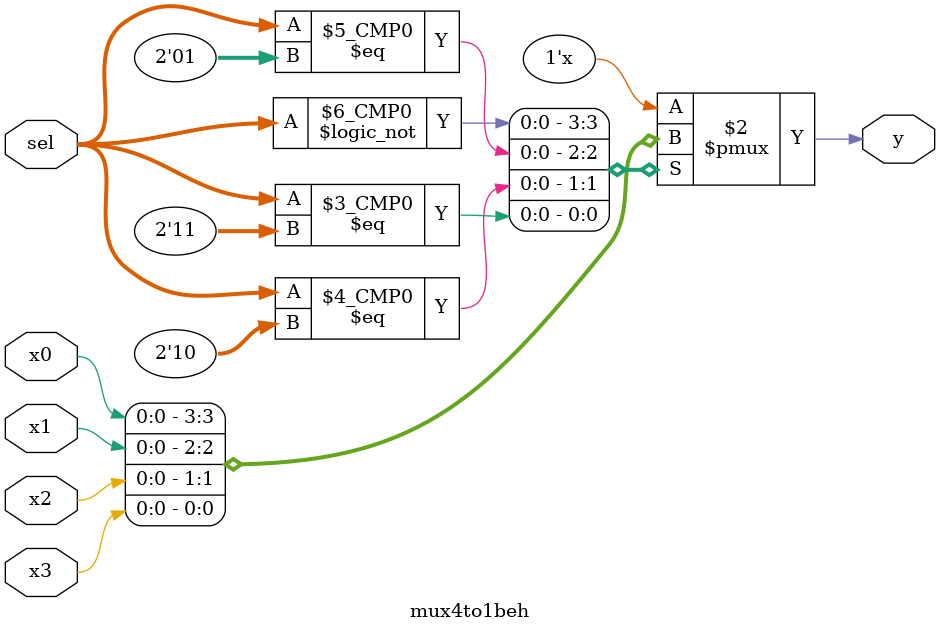
<source format=v>
module mux4to1beh(x0,x1,x2,x3,sel,y);
		input x0,x1,x2,x3;
		input [1:0] sel;
		output reg y;
		always @(x0,x1,x2,x3,sel)
		case(sel)
				2'b00 : y<=x0;
				2'b01 : y<=x1;
				2'b10 : y<=x2;
				2'b11 : y<=x3;
		endcase
endmodule
				
</source>
